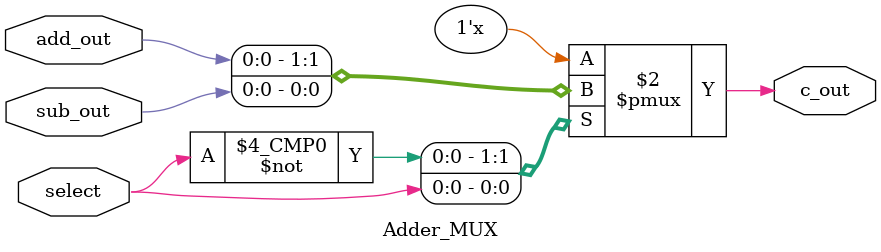
<source format=v>
`timescale 1ns / 1ps


module Adder_MUX(c_out, add_out, sub_out, select);

input add_out, sub_out, select;
output reg c_out;

always @(*)
begin

case(select)

1'b0: c_out = add_out;
1'b1: c_out = sub_out;


default: c_out = 0;

endcase

end
endmodule
</source>
